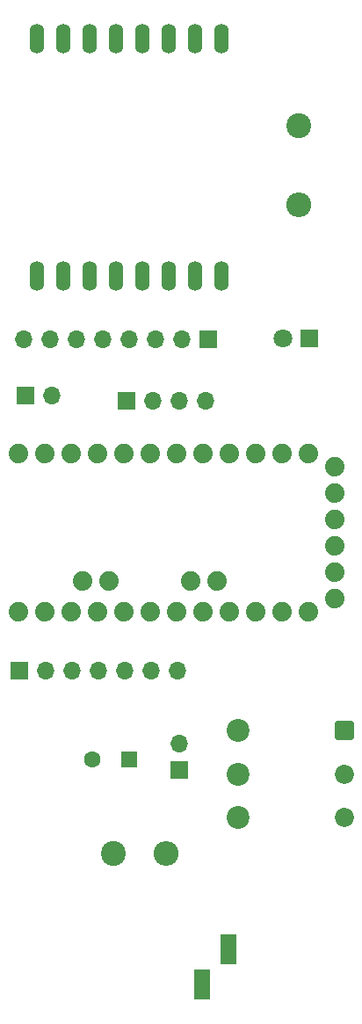
<source format=gbr>
%TF.GenerationSoftware,KiCad,Pcbnew,6.0.4-6f826c9f35~116~ubuntu20.04.1*%
%TF.CreationDate,2022-04-02T12:26:26+02:00*%
%TF.ProjectId,placaCANSAT_V3_GIRADA,706c6163-6143-4414-9e53-41545f56335f,rev?*%
%TF.SameCoordinates,Original*%
%TF.FileFunction,Soldermask,Top*%
%TF.FilePolarity,Negative*%
%FSLAX46Y46*%
G04 Gerber Fmt 4.6, Leading zero omitted, Abs format (unit mm)*
G04 Created by KiCad (PCBNEW 6.0.4-6f826c9f35~116~ubuntu20.04.1) date 2022-04-02 12:26:26*
%MOMM*%
%LPD*%
G01*
G04 APERTURE LIST*
G04 Aperture macros list*
%AMRoundRect*
0 Rectangle with rounded corners*
0 $1 Rounding radius*
0 $2 $3 $4 $5 $6 $7 $8 $9 X,Y pos of 4 corners*
0 Add a 4 corners polygon primitive as box body*
4,1,4,$2,$3,$4,$5,$6,$7,$8,$9,$2,$3,0*
0 Add four circle primitives for the rounded corners*
1,1,$1+$1,$2,$3*
1,1,$1+$1,$4,$5*
1,1,$1+$1,$6,$7*
1,1,$1+$1,$8,$9*
0 Add four rect primitives between the rounded corners*
20,1,$1+$1,$2,$3,$4,$5,0*
20,1,$1+$1,$4,$5,$6,$7,0*
20,1,$1+$1,$6,$7,$8,$9,0*
20,1,$1+$1,$8,$9,$2,$3,0*%
G04 Aperture macros list end*
%ADD10R,1.800000X1.800000*%
%ADD11C,1.800000*%
%ADD12R,1.700000X1.700000*%
%ADD13O,1.700000X1.700000*%
%ADD14O,1.422400X2.844800*%
%ADD15C,2.400000*%
%ADD16O,2.400000X2.400000*%
%ADD17R,1.600000X1.600000*%
%ADD18C,1.600000*%
%ADD19R,1.500000X3.000000*%
%ADD20C,1.879600*%
%ADD21C,2.200000*%
%ADD22RoundRect,0.250000X-0.675000X0.675000X-0.675000X-0.675000X0.675000X-0.675000X0.675000X0.675000X0*%
%ADD23C,1.850000*%
G04 APERTURE END LIST*
D10*
%TO.C,D1*%
X32997312Y-37568536D03*
D11*
X30457312Y-37568536D03*
%TD*%
D12*
%TO.C,JP1*%
X20497312Y-79068536D03*
D13*
X20497312Y-76528536D03*
%TD*%
D14*
%TO.C,U2*%
X6816333Y-31528711D03*
X9356333Y-31528711D03*
X11896333Y-31528711D03*
X14436333Y-31528711D03*
X16976333Y-31528711D03*
X19516333Y-31528711D03*
X22056333Y-31528711D03*
X24596333Y-31528711D03*
X24596333Y-8668711D03*
X22056333Y-8668711D03*
X19516333Y-8668711D03*
X16976333Y-8668711D03*
X14436333Y-8668711D03*
X11896333Y-8668711D03*
X9356333Y-8668711D03*
X6816333Y-8668711D03*
%TD*%
D15*
%TO.C,R1*%
X31997312Y-17053536D03*
D16*
X31997312Y-24673536D03*
%TD*%
D12*
%TO.C,J4*%
X5722312Y-43068536D03*
D13*
X8262312Y-43068536D03*
%TD*%
D17*
%TO.C,C1*%
X15649963Y-78068536D03*
D18*
X12149963Y-78068536D03*
%TD*%
D15*
%TO.C,SW1*%
X14130964Y-87138414D03*
D16*
X19210964Y-87138414D03*
%TD*%
D19*
%TO.C,BAT1*%
X25267312Y-96413536D03*
X22727312Y-99723536D03*
%TD*%
D12*
%TO.C,J2*%
X5054836Y-69568536D03*
D13*
X7594836Y-69568536D03*
X10134836Y-69568536D03*
X12674836Y-69568536D03*
X15214836Y-69568536D03*
X17754836Y-69568536D03*
X20294836Y-69568536D03*
%TD*%
D12*
%TO.C,ACELEROMETRO*%
X23262422Y-37649369D03*
D13*
X20722422Y-37649369D03*
X18182422Y-37649369D03*
X15642422Y-37649369D03*
X13102422Y-37649369D03*
X10562422Y-37649369D03*
X8022422Y-37649369D03*
X5482422Y-37649369D03*
%TD*%
D12*
%TO.C,GPS*%
X15457312Y-43568536D03*
D13*
X17997312Y-43568536D03*
X20537312Y-43568536D03*
X23077312Y-43568536D03*
%TD*%
D20*
%TO.C,Arduino pro Mini*%
X35482715Y-62572655D03*
X35482715Y-60032655D03*
X35482715Y-57492655D03*
X35482715Y-54952655D03*
X35482715Y-52412655D03*
X35482715Y-49872655D03*
X21639715Y-60921655D03*
X24179715Y-60921655D03*
X11225715Y-60921655D03*
X13765715Y-60921655D03*
X32942715Y-63842655D03*
X30402715Y-63842655D03*
X27862715Y-63842655D03*
X25322715Y-63842655D03*
X22782715Y-63842655D03*
X20242715Y-63842655D03*
X17702715Y-63842655D03*
X15162715Y-63842655D03*
X12622715Y-63842655D03*
X10082715Y-63842655D03*
X7542715Y-63842655D03*
X5002715Y-63842655D03*
X5002715Y-48602655D03*
X7542715Y-48602655D03*
X10082715Y-48602655D03*
X12622715Y-48602655D03*
X15162715Y-48602655D03*
X17702715Y-48602655D03*
X20242715Y-48602655D03*
X22782715Y-48602655D03*
X25322715Y-48602655D03*
X27862715Y-48602655D03*
X30402715Y-48602655D03*
X32942715Y-48602655D03*
%TD*%
D21*
%TO.C,Carg1*%
X26206146Y-75315160D03*
X26206146Y-83715160D03*
X26206146Y-79515160D03*
D22*
X36406146Y-75315160D03*
D23*
X36406146Y-79515160D03*
X36406146Y-83715160D03*
%TD*%
M02*

</source>
